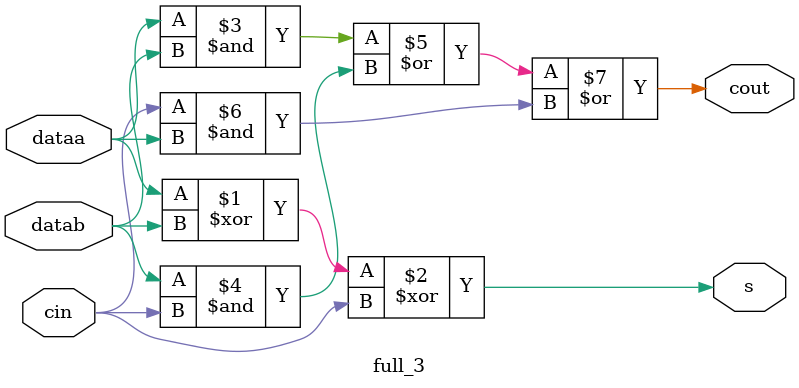
<source format=v>
module adder_Sixteen_bit(
  output [15:0] sum,
  output cout,
  input [15:0] dataa, datab
);
  wire [16:0] c;  
  full_3 ad_inst (      // first full adder generating
    .dataa(dataa[0]),
    .datab(datab[0]),
    .cin(0),
    .s(sum[0]),
    .cout(c[1])
  ); 
  genvar i;
  generate                  // generate 16-bit full adder
    for (i = 1; i < 16; i = i + 1) begin
      full_3 ad_inst (
        .dataa(dataa[i]),
        .datab(datab[i]),
        .cin(c[i]),
        .s(sum[i]),
        .cout(c[i+1])
      );
    end
  endgenerate 
  assign cout = c[16]; 
endmodule

module full_3(dataa, datab, cin, s, cout);    // full adder module
  input dataa, datab, cin;
  output s, cout;
  assign s = dataa ^ datab ^ cin;
  assign cout = (dataa & datab) | (datab & cin) | (cin & dataa);
endmodule

</source>
